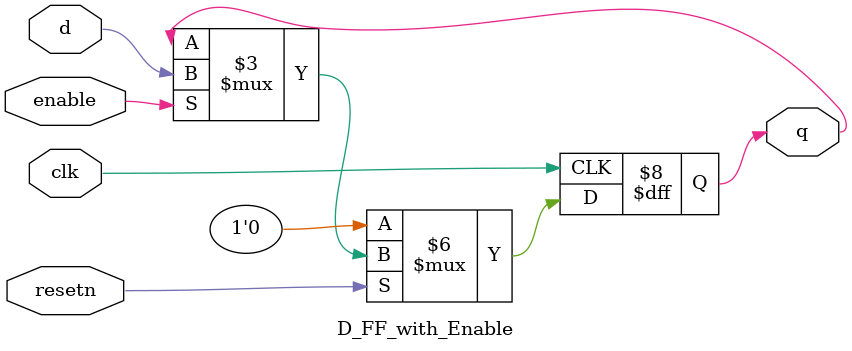
<source format=v>
/*
Anthony De Caria

This is a D Flip Flop with a seperate enable.
*/

module D_FF_with_Enable(clk, resetn, enable, d, q);
	
	input clk;
	input resetn;
	input enable;
	input d;
	output reg q;
	
	always @(posedge clk)
	begin
		if (!resetn)
		begin
			q <= 1'b0;
		end
		else
		begin
			if (enable)
			begin
				q <= d;
			end
		end
	end
	
endmodule

</source>
